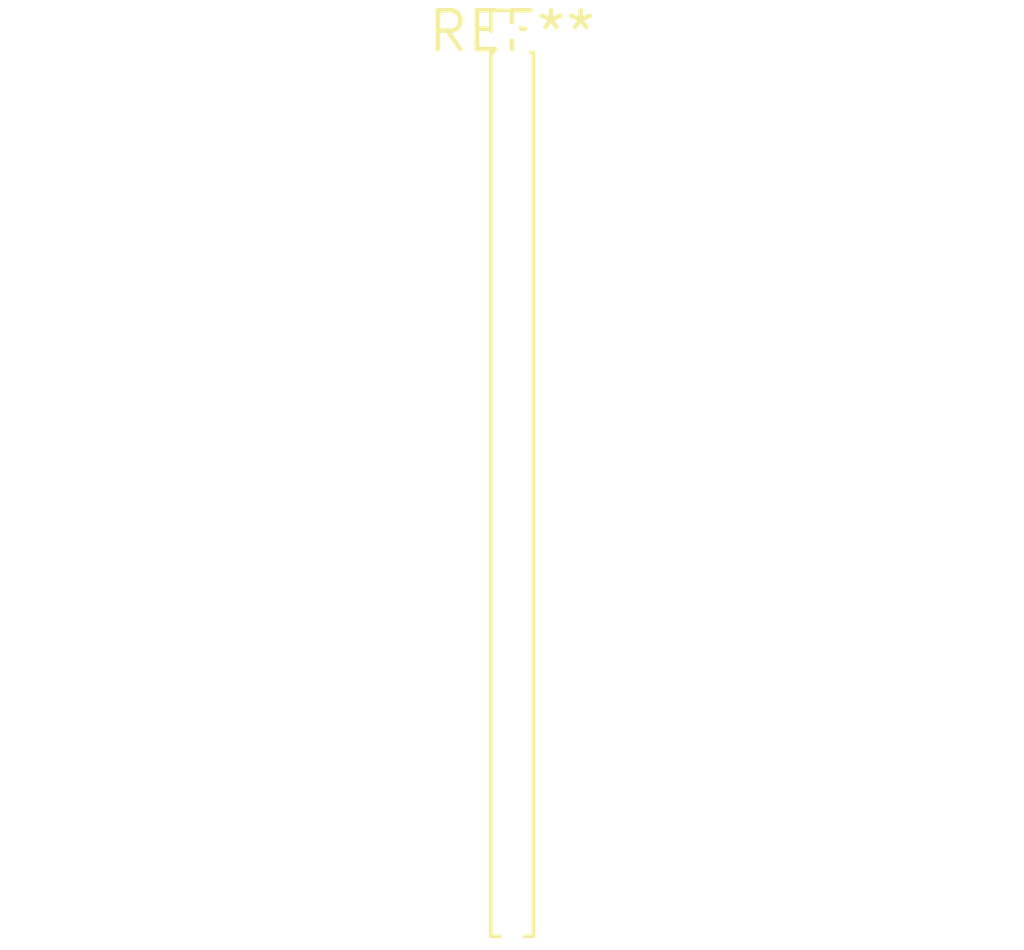
<source format=kicad_pcb>
(kicad_pcb (version 20240108) (generator pcbnew)
  (layers (0 "F.Cu" signal) (31 "B.Cu" signal) (34 "B.Paste" user) (35 "F.Paste" user) (36 "B.SilkS" user "B.Silkscreen") (37 "F.SilkS" user "F.Silkscreen") (38 "B.Mask" user) (39 "F.Mask" user) (44 "Edge.Cuts" user))
  (net 0 "")
  (footprint "PinHeader_1x30_P1.00mm_Vertical" (layer "F.Cu") (at 0 0)
    (property "Reference" "REF**")
    (property "Value" "PinHeader_1x30_P1.00mm_Vertical")
    (fp_line (start -0.695 -0.685) (end 0 -0.685) (layer "F.SilkS") (stroke (width 0.12)))
    (fp_line (start -0.695 0) (end -0.695 -0.685) (layer "F.SilkS") (stroke (width 0.12)))
    (fp_line (start -0.695 0.685) (end -0.695 29.56) (layer "F.SilkS") (stroke (width 0.12)))
    (fp_line (start -0.695 0.685) (end -0.608276 0.685) (layer "F.SilkS") (stroke (width 0.12)))
    (fp_line (start -0.695 29.56) (end -0.394493 29.56) (layer "F.SilkS") (stroke (width 0.12)))
    (fp_line (start 0.394493 29.56) (end 0.695 29.56) (layer "F.SilkS") (stroke (width 0.12)))
    (fp_line (start 0.608276 0.685) (end 0.695 0.685) (layer "F.SilkS") (stroke (width 0.12)))
    (fp_line (start 0.695 0.685) (end 0.695 29.56) (layer "F.SilkS") (stroke (width 0.12)))
    (pad "1" thru_hole rect (at 0 0) (size 0.85 0.85) (drill 0.5) (layers *.Cu *.Mask) (remove_unused_layers))
    (pad "2" thru_hole oval (at 0 1) (size 0.85 0.85) (drill 0.5) (layers *.Cu *.Mask) (remove_unused_layers))
    (pad "3" thru_hole oval (at 0 2) (size 0.85 0.85) (drill 0.5) (layers *.Cu *.Mask) (remove_unused_layers))
    (pad "4" thru_hole oval (at 0 3) (size 0.85 0.85) (drill 0.5) (layers *.Cu *.Mask) (remove_unused_layers))
    (pad "5" thru_hole oval (at 0 4) (size 0.85 0.85) (drill 0.5) (layers *.Cu *.Mask) (remove_unused_layers))
    (pad "6" thru_hole oval (at 0 5) (size 0.85 0.85) (drill 0.5) (layers *.Cu *.Mask) (remove_unused_layers))
    (pad "7" thru_hole oval (at 0 6) (size 0.85 0.85) (drill 0.5) (layers *.Cu *.Mask) (remove_unused_layers))
    (pad "8" thru_hole oval (at 0 7) (size 0.85 0.85) (drill 0.5) (layers *.Cu *.Mask) (remove_unused_layers))
    (pad "9" thru_hole oval (at 0 8) (size 0.85 0.85) (drill 0.5) (layers *.Cu *.Mask) (remove_unused_layers))
    (pad "10" thru_hole oval (at 0 9) (size 0.85 0.85) (drill 0.5) (layers *.Cu *.Mask) (remove_unused_layers))
    (pad "11" thru_hole oval (at 0 10) (size 0.85 0.85) (drill 0.5) (layers *.Cu *.Mask) (remove_unused_layers))
    (pad "12" thru_hole oval (at 0 11) (size 0.85 0.85) (drill 0.5) (layers *.Cu *.Mask) (remove_unused_layers))
    (pad "13" thru_hole oval (at 0 12) (size 0.85 0.85) (drill 0.5) (layers *.Cu *.Mask) (remove_unused_layers))
    (pad "14" thru_hole oval (at 0 13) (size 0.85 0.85) (drill 0.5) (layers *.Cu *.Mask) (remove_unused_layers))
    (pad "15" thru_hole oval (at 0 14) (size 0.85 0.85) (drill 0.5) (layers *.Cu *.Mask) (remove_unused_layers))
    (pad "16" thru_hole oval (at 0 15) (size 0.85 0.85) (drill 0.5) (layers *.Cu *.Mask) (remove_unused_layers))
    (pad "17" thru_hole oval (at 0 16) (size 0.85 0.85) (drill 0.5) (layers *.Cu *.Mask) (remove_unused_layers))
    (pad "18" thru_hole oval (at 0 17) (size 0.85 0.85) (drill 0.5) (layers *.Cu *.Mask) (remove_unused_layers))
    (pad "19" thru_hole oval (at 0 18) (size 0.85 0.85) (drill 0.5) (layers *.Cu *.Mask) (remove_unused_layers))
    (pad "20" thru_hole oval (at 0 19) (size 0.85 0.85) (drill 0.5) (layers *.Cu *.Mask) (remove_unused_layers))
    (pad "21" thru_hole oval (at 0 20) (size 0.85 0.85) (drill 0.5) (layers *.Cu *.Mask) (remove_unused_layers))
    (pad "22" thru_hole oval (at 0 21) (size 0.85 0.85) (drill 0.5) (layers *.Cu *.Mask) (remove_unused_layers))
    (pad "23" thru_hole oval (at 0 22) (size 0.85 0.85) (drill 0.5) (layers *.Cu *.Mask) (remove_unused_layers))
    (pad "24" thru_hole oval (at 0 23) (size 0.85 0.85) (drill 0.5) (layers *.Cu *.Mask) (remove_unused_layers))
    (pad "25" thru_hole oval (at 0 24) (size 0.85 0.85) (drill 0.5) (layers *.Cu *.Mask) (remove_unused_layers))
    (pad "26" thru_hole oval (at 0 25) (size 0.85 0.85) (drill 0.5) (layers *.Cu *.Mask) (remove_unused_layers))
    (pad "27" thru_hole oval (at 0 26) (size 0.85 0.85) (drill 0.5) (layers *.Cu *.Mask) (remove_unused_layers))
    (pad "28" thru_hole oval (at 0 27) (size 0.85 0.85) (drill 0.5) (layers *.Cu *.Mask) (remove_unused_layers))
    (pad "29" thru_hole oval (at 0 28) (size 0.85 0.85) (drill 0.5) (layers *.Cu *.Mask) (remove_unused_layers))
    (pad "30" thru_hole oval (at 0 29) (size 0.85 0.85) (drill 0.5) (layers *.Cu *.Mask) (remove_unused_layers))
  )
)
</source>
